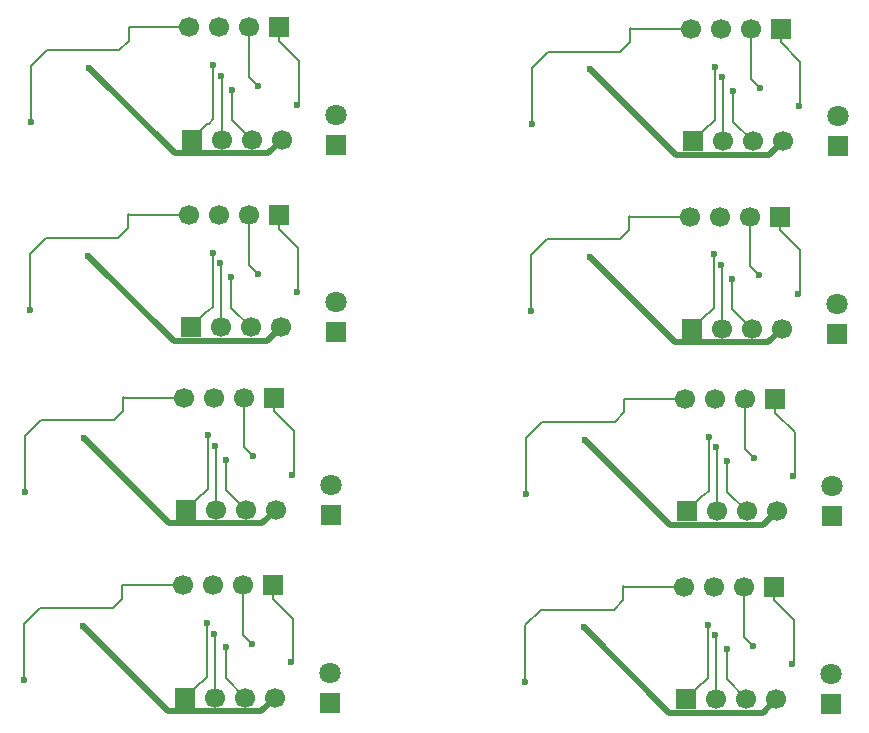
<source format=gbr>
%TF.GenerationSoftware,KiCad,Pcbnew,9.0.2*%
%TF.CreationDate,2025-11-07T14:57:23+01:00*%
%TF.ProjectId,Digispark_USB_Panel,44696769-7370-4617-926b-5f5553425f50,rev?*%
%TF.SameCoordinates,Original*%
%TF.FileFunction,Copper,L2,Bot*%
%TF.FilePolarity,Positive*%
%FSLAX46Y46*%
G04 Gerber Fmt 4.6, Leading zero omitted, Abs format (unit mm)*
G04 Created by KiCad (PCBNEW 9.0.2) date 2025-11-07 14:57:23*
%MOMM*%
%LPD*%
G01*
G04 APERTURE LIST*
%TA.AperFunction,ComponentPad*%
%ADD10R,1.700000X1.700000*%
%TD*%
%TA.AperFunction,ComponentPad*%
%ADD11C,1.700000*%
%TD*%
%TA.AperFunction,ComponentPad*%
%ADD12R,1.800000X1.800000*%
%TD*%
%TA.AperFunction,ComponentPad*%
%ADD13C,1.800000*%
%TD*%
%TA.AperFunction,ViaPad*%
%ADD14C,0.600000*%
%TD*%
%TA.AperFunction,Conductor*%
%ADD15C,0.500000*%
%TD*%
%TA.AperFunction,Conductor*%
%ADD16C,0.200000*%
%TD*%
G04 APERTURE END LIST*
D10*
%TO.P,J2,1,Pin_1*%
%TO.N,Net-(J2-Pin_1)*%
X134286050Y-102487600D03*
D11*
%TO.P,J2,2,Pin_2*%
%TO.N,Net-(J2-Pin_2)*%
X131746050Y-102487600D03*
%TO.P,J2,3,Pin_3*%
%TO.N,Net-(J2-Pin_3)*%
X129206050Y-102487600D03*
%TO.P,J2,4,Pin_4*%
%TO.N,+5V*%
X126666050Y-102487600D03*
%TD*%
D12*
%TO.P,D3,1,K*%
%TO.N,GND*%
X139112050Y-112419000D03*
D13*
%TO.P,D3,2,A*%
%TO.N,Net-(D3-A)*%
X139112050Y-109879000D03*
%TD*%
D10*
%TO.P,J1,1,Pin_1*%
%TO.N,Net-(J1-Pin_1)*%
X126843850Y-111987200D03*
D11*
%TO.P,J1,2,Pin_2*%
%TO.N,Net-(J1-Pin_2)*%
X129383850Y-111987200D03*
%TO.P,J1,3,Pin_3*%
%TO.N,Net-(J1-Pin_3)*%
X131923850Y-111987200D03*
%TO.P,J1,4,Pin_4*%
%TO.N,GND*%
X134463850Y-111987200D03*
%TD*%
%TO.P,J2,4,Pin_4*%
%TO.N,+5V*%
X126595400Y-118375800D03*
%TO.P,J2,3,Pin_3*%
%TO.N,Net-(J2-Pin_3)*%
X129135400Y-118375800D03*
%TO.P,J2,2,Pin_2*%
%TO.N,Net-(J2-Pin_2)*%
X131675400Y-118375800D03*
D10*
%TO.P,J2,1,Pin_1*%
%TO.N,Net-(J2-Pin_1)*%
X134215400Y-118375800D03*
%TD*%
D13*
%TO.P,D3,2,A*%
%TO.N,Net-(D3-A)*%
X139041400Y-125767200D03*
D12*
%TO.P,D3,1,K*%
%TO.N,GND*%
X139041400Y-128307200D03*
%TD*%
D11*
%TO.P,J1,4,Pin_4*%
%TO.N,GND*%
X134393200Y-127875400D03*
%TO.P,J1,3,Pin_3*%
%TO.N,Net-(J1-Pin_3)*%
X131853200Y-127875400D03*
%TO.P,J1,2,Pin_2*%
%TO.N,Net-(J1-Pin_2)*%
X129313200Y-127875400D03*
D10*
%TO.P,J1,1,Pin_1*%
%TO.N,Net-(J1-Pin_1)*%
X126773200Y-127875400D03*
%TD*%
D11*
%TO.P,J2,4,Pin_4*%
%TO.N,+5V*%
X127146850Y-71141000D03*
%TO.P,J2,3,Pin_3*%
%TO.N,Net-(J2-Pin_3)*%
X129686850Y-71141000D03*
%TO.P,J2,2,Pin_2*%
%TO.N,Net-(J2-Pin_2)*%
X132226850Y-71141000D03*
D10*
%TO.P,J2,1,Pin_1*%
%TO.N,Net-(J2-Pin_1)*%
X134766850Y-71141000D03*
%TD*%
D11*
%TO.P,J2,4,Pin_4*%
%TO.N,+5V*%
X127076200Y-87029200D03*
%TO.P,J2,3,Pin_3*%
%TO.N,Net-(J2-Pin_3)*%
X129616200Y-87029200D03*
%TO.P,J2,2,Pin_2*%
%TO.N,Net-(J2-Pin_2)*%
X132156200Y-87029200D03*
D10*
%TO.P,J2,1,Pin_1*%
%TO.N,Net-(J2-Pin_1)*%
X134696200Y-87029200D03*
%TD*%
D11*
%TO.P,J1,4,Pin_4*%
%TO.N,GND*%
X134944650Y-80640600D03*
%TO.P,J1,3,Pin_3*%
%TO.N,Net-(J1-Pin_3)*%
X132404650Y-80640600D03*
%TO.P,J1,2,Pin_2*%
%TO.N,Net-(J1-Pin_2)*%
X129864650Y-80640600D03*
D10*
%TO.P,J1,1,Pin_1*%
%TO.N,Net-(J1-Pin_1)*%
X127324650Y-80640600D03*
%TD*%
D13*
%TO.P,D3,2,A*%
%TO.N,Net-(D3-A)*%
X139522200Y-94420600D03*
D12*
%TO.P,D3,1,K*%
%TO.N,GND*%
X139522200Y-96960600D03*
%TD*%
D11*
%TO.P,J1,4,Pin_4*%
%TO.N,GND*%
X134874000Y-96528800D03*
%TO.P,J1,3,Pin_3*%
%TO.N,Net-(J1-Pin_3)*%
X132334000Y-96528800D03*
%TO.P,J1,2,Pin_2*%
%TO.N,Net-(J1-Pin_2)*%
X129794000Y-96528800D03*
D10*
%TO.P,J1,1,Pin_1*%
%TO.N,Net-(J1-Pin_1)*%
X127254000Y-96528800D03*
%TD*%
D13*
%TO.P,D3,2,A*%
%TO.N,Net-(D3-A)*%
X139592850Y-78532400D03*
D12*
%TO.P,D3,1,K*%
%TO.N,GND*%
X139592850Y-81072400D03*
%TD*%
D13*
%TO.P,D3,2,A*%
%TO.N,Net-(D3-A)*%
X181468050Y-125893000D03*
D12*
%TO.P,D3,1,K*%
%TO.N,GND*%
X181468050Y-128433000D03*
%TD*%
D11*
%TO.P,J2,4,Pin_4*%
%TO.N,+5V*%
X169092700Y-102613400D03*
%TO.P,J2,3,Pin_3*%
%TO.N,Net-(J2-Pin_3)*%
X171632700Y-102613400D03*
%TO.P,J2,2,Pin_2*%
%TO.N,Net-(J2-Pin_2)*%
X174172700Y-102613400D03*
D10*
%TO.P,J2,1,Pin_1*%
%TO.N,Net-(J2-Pin_1)*%
X176712700Y-102613400D03*
%TD*%
D13*
%TO.P,D3,2,A*%
%TO.N,Net-(D3-A)*%
X181538700Y-110004800D03*
D12*
%TO.P,D3,1,K*%
%TO.N,GND*%
X181538700Y-112544800D03*
%TD*%
D11*
%TO.P,J1,4,Pin_4*%
%TO.N,GND*%
X176890500Y-112113000D03*
%TO.P,J1,3,Pin_3*%
%TO.N,Net-(J1-Pin_3)*%
X174350500Y-112113000D03*
%TO.P,J1,2,Pin_2*%
%TO.N,Net-(J1-Pin_2)*%
X171810500Y-112113000D03*
D10*
%TO.P,J1,1,Pin_1*%
%TO.N,Net-(J1-Pin_1)*%
X169270500Y-112113000D03*
%TD*%
D11*
%TO.P,J2,4,Pin_4*%
%TO.N,+5V*%
X169022050Y-118501600D03*
%TO.P,J2,3,Pin_3*%
%TO.N,Net-(J2-Pin_3)*%
X171562050Y-118501600D03*
%TO.P,J2,2,Pin_2*%
%TO.N,Net-(J2-Pin_2)*%
X174102050Y-118501600D03*
D10*
%TO.P,J2,1,Pin_1*%
%TO.N,Net-(J2-Pin_1)*%
X176642050Y-118501600D03*
%TD*%
D11*
%TO.P,J2,4,Pin_4*%
%TO.N,+5V*%
X169502850Y-87155000D03*
%TO.P,J2,3,Pin_3*%
%TO.N,Net-(J2-Pin_3)*%
X172042850Y-87155000D03*
%TO.P,J2,2,Pin_2*%
%TO.N,Net-(J2-Pin_2)*%
X174582850Y-87155000D03*
D10*
%TO.P,J2,1,Pin_1*%
%TO.N,Net-(J2-Pin_1)*%
X177122850Y-87155000D03*
%TD*%
D11*
%TO.P,J1,4,Pin_4*%
%TO.N,GND*%
X177300650Y-96654600D03*
%TO.P,J1,3,Pin_3*%
%TO.N,Net-(J1-Pin_3)*%
X174760650Y-96654600D03*
%TO.P,J1,2,Pin_2*%
%TO.N,Net-(J1-Pin_2)*%
X172220650Y-96654600D03*
D10*
%TO.P,J1,1,Pin_1*%
%TO.N,Net-(J1-Pin_1)*%
X169680650Y-96654600D03*
%TD*%
D11*
%TO.P,J1,4,Pin_4*%
%TO.N,GND*%
X177371300Y-80766400D03*
%TO.P,J1,3,Pin_3*%
%TO.N,Net-(J1-Pin_3)*%
X174831300Y-80766400D03*
%TO.P,J1,2,Pin_2*%
%TO.N,Net-(J1-Pin_2)*%
X172291300Y-80766400D03*
D10*
%TO.P,J1,1,Pin_1*%
%TO.N,Net-(J1-Pin_1)*%
X169751300Y-80766400D03*
%TD*%
D13*
%TO.P,D3,2,A*%
%TO.N,Net-(D3-A)*%
X181948850Y-94546400D03*
D12*
%TO.P,D3,1,K*%
%TO.N,GND*%
X181948850Y-97086400D03*
%TD*%
D11*
%TO.P,J1,4,Pin_4*%
%TO.N,GND*%
X176819850Y-128001200D03*
%TO.P,J1,3,Pin_3*%
%TO.N,Net-(J1-Pin_3)*%
X174279850Y-128001200D03*
%TO.P,J1,2,Pin_2*%
%TO.N,Net-(J1-Pin_2)*%
X171739850Y-128001200D03*
D10*
%TO.P,J1,1,Pin_1*%
%TO.N,Net-(J1-Pin_1)*%
X169199850Y-128001200D03*
%TD*%
D11*
%TO.P,J2,4,Pin_4*%
%TO.N,+5V*%
X169573500Y-71266800D03*
%TO.P,J2,3,Pin_3*%
%TO.N,Net-(J2-Pin_3)*%
X172113500Y-71266800D03*
%TO.P,J2,2,Pin_2*%
%TO.N,Net-(J2-Pin_2)*%
X174653500Y-71266800D03*
D10*
%TO.P,J2,1,Pin_1*%
%TO.N,Net-(J2-Pin_1)*%
X177193500Y-71266800D03*
%TD*%
D13*
%TO.P,D3,2,A*%
%TO.N,Net-(D3-A)*%
X182019500Y-78658200D03*
D12*
%TO.P,D3,1,K*%
%TO.N,GND*%
X182019500Y-81198200D03*
%TD*%
D14*
%TO.N,Net-(J1-Pin_1)*%
X128698050Y-105688000D03*
%TO.N,+5V*%
X113229450Y-110514000D03*
%TO.N,GND*%
X118182450Y-105916600D03*
%TO.N,Net-(J2-Pin_1)*%
X135810050Y-109015400D03*
%TO.N,Net-(J2-Pin_2)*%
X132508050Y-107466000D03*
%TO.N,Net-(J1-Pin_3)*%
X130272850Y-107745400D03*
%TO.N,Net-(J1-Pin_2)*%
X129298050Y-106577000D03*
%TO.N,GND*%
X118111800Y-121804800D03*
%TO.N,+5V*%
X113158800Y-126402200D03*
%TO.N,Net-(J2-Pin_1)*%
X135739400Y-124903600D03*
%TO.N,Net-(J1-Pin_2)*%
X129227400Y-122465200D03*
%TO.N,Net-(J1-Pin_1)*%
X128627400Y-121576200D03*
%TO.N,Net-(J2-Pin_2)*%
X132437400Y-123354200D03*
%TO.N,Net-(J1-Pin_3)*%
X130202200Y-123633600D03*
X130753650Y-76398800D03*
%TO.N,+5V*%
X113710250Y-79167400D03*
%TO.N,GND*%
X118663250Y-74570000D03*
%TO.N,Net-(J2-Pin_1)*%
X136290850Y-77668800D03*
%TO.N,Net-(J2-Pin_2)*%
X132988850Y-76119400D03*
%TO.N,Net-(J1-Pin_2)*%
X129778850Y-75230400D03*
%TO.N,Net-(J1-Pin_1)*%
X129178850Y-74341400D03*
%TO.N,Net-(J2-Pin_2)*%
X132918200Y-92007600D03*
%TO.N,Net-(J1-Pin_1)*%
X129108200Y-90229600D03*
%TO.N,+5V*%
X113639600Y-95055600D03*
%TO.N,Net-(J1-Pin_2)*%
X129708200Y-91118600D03*
%TO.N,Net-(J2-Pin_1)*%
X136220200Y-93557000D03*
%TO.N,Net-(J1-Pin_3)*%
X130683000Y-92287000D03*
%TO.N,GND*%
X118592600Y-90458200D03*
%TO.N,Net-(J1-Pin_2)*%
X171724700Y-106702800D03*
%TO.N,Net-(J1-Pin_1)*%
X171124700Y-105813800D03*
%TO.N,Net-(J1-Pin_3)*%
X172699500Y-107871200D03*
%TO.N,+5V*%
X155585450Y-126528000D03*
%TO.N,Net-(J1-Pin_1)*%
X171054050Y-121702000D03*
%TO.N,Net-(J2-Pin_1)*%
X178236700Y-109141200D03*
%TO.N,+5V*%
X155656100Y-110639800D03*
%TO.N,Net-(J2-Pin_2)*%
X174934700Y-107591800D03*
%TO.N,GND*%
X160609100Y-106042400D03*
X160538450Y-121930600D03*
%TO.N,Net-(J2-Pin_1)*%
X178166050Y-125029400D03*
%TO.N,Net-(J1-Pin_2)*%
X171654050Y-122591000D03*
%TO.N,Net-(J2-Pin_1)*%
X178717500Y-77794600D03*
%TO.N,Net-(J1-Pin_1)*%
X171605500Y-74467200D03*
%TO.N,+5V*%
X156066250Y-95181400D03*
%TO.N,Net-(J2-Pin_2)*%
X175415500Y-76245200D03*
%TO.N,+5V*%
X156136900Y-79293200D03*
%TO.N,Net-(J2-Pin_2)*%
X175344850Y-92133400D03*
%TO.N,GND*%
X161089900Y-74695800D03*
%TO.N,Net-(J1-Pin_3)*%
X172628850Y-123759400D03*
X173180300Y-76524600D03*
%TO.N,Net-(J1-Pin_2)*%
X172205500Y-75356200D03*
%TO.N,Net-(J1-Pin_1)*%
X171534850Y-90355400D03*
%TO.N,Net-(J1-Pin_3)*%
X173109650Y-92412800D03*
%TO.N,Net-(J2-Pin_2)*%
X174864050Y-123480000D03*
%TO.N,GND*%
X161019250Y-90584000D03*
%TO.N,Net-(J1-Pin_2)*%
X172134850Y-91244400D03*
%TO.N,Net-(J2-Pin_1)*%
X178646850Y-93682800D03*
%TD*%
D15*
%TO.N,GND*%
X125404050Y-113138200D02*
X133312850Y-113138200D01*
X133312850Y-113138200D02*
X134463850Y-111987200D01*
D16*
%TO.N,Net-(J1-Pin_2)*%
X129383850Y-106704000D02*
X129383850Y-111987200D01*
D15*
%TO.N,GND*%
X118182450Y-105916600D02*
X125404050Y-113138200D01*
D16*
%TO.N,+5V*%
X121535250Y-103605200D02*
X121535250Y-102436800D01*
X113229450Y-110514000D02*
X113229450Y-105764200D01*
X121586050Y-102487600D02*
X126666050Y-102487600D01*
%TO.N,Net-(J1-Pin_3)*%
X130272850Y-107745400D02*
X130272850Y-110336200D01*
%TO.N,+5V*%
X113229450Y-105764200D02*
X114575650Y-104418000D01*
X114575650Y-104418000D02*
X120722450Y-104418000D01*
%TO.N,Net-(J1-Pin_2)*%
X129298050Y-106577000D02*
X129298050Y-106618200D01*
%TO.N,Net-(J2-Pin_1)*%
X135962450Y-105307000D02*
X134286050Y-103630600D01*
%TO.N,Net-(J1-Pin_1)*%
X128698050Y-110234600D02*
X128291650Y-110641000D01*
%TO.N,Net-(J2-Pin_1)*%
X134286050Y-103630600D02*
X134286050Y-102487600D01*
X135810050Y-109015400D02*
X135962450Y-108863000D01*
%TO.N,Net-(J1-Pin_2)*%
X129298050Y-106618200D02*
X129383850Y-106704000D01*
%TO.N,Net-(J1-Pin_1)*%
X128291650Y-110641000D02*
X128190050Y-110641000D01*
%TO.N,Net-(J1-Pin_3)*%
X130272850Y-110336200D02*
X131923850Y-111987200D01*
%TO.N,+5V*%
X120722450Y-104418000D02*
X121535250Y-103605200D01*
%TO.N,Net-(J1-Pin_1)*%
X128190050Y-110641000D02*
X126843850Y-111987200D01*
%TO.N,Net-(J2-Pin_2)*%
X132508050Y-107466000D02*
X131746050Y-106704000D01*
X131746050Y-106704000D02*
X131746050Y-102487600D01*
%TO.N,+5V*%
X121535250Y-102436800D02*
X121586050Y-102487600D01*
%TO.N,Net-(J1-Pin_1)*%
X128698050Y-105688000D02*
X128698050Y-110234600D01*
%TO.N,Net-(J2-Pin_1)*%
X135962450Y-108863000D02*
X135962450Y-105307000D01*
%TO.N,Net-(J1-Pin_2)*%
X129313200Y-122592200D02*
X129313200Y-127875400D01*
D15*
%TO.N,GND*%
X118111800Y-121804800D02*
X125333400Y-129026400D01*
X133242200Y-129026400D02*
X134393200Y-127875400D01*
D16*
%TO.N,+5V*%
X113158800Y-126402200D02*
X113158800Y-121652400D01*
X121464600Y-119493400D02*
X121464600Y-118325000D01*
%TO.N,Net-(J1-Pin_2)*%
X129227400Y-122465200D02*
X129227400Y-122506400D01*
%TO.N,+5V*%
X120651800Y-120306200D02*
X121464600Y-119493400D01*
%TO.N,Net-(J1-Pin_1)*%
X128119400Y-126529200D02*
X126773200Y-127875400D01*
%TO.N,Net-(J1-Pin_3)*%
X130202200Y-123633600D02*
X130202200Y-126224400D01*
%TO.N,Net-(J2-Pin_1)*%
X135739400Y-124903600D02*
X135891800Y-124751200D01*
%TO.N,Net-(J1-Pin_2)*%
X129227400Y-122506400D02*
X129313200Y-122592200D01*
%TO.N,Net-(J2-Pin_2)*%
X132437400Y-123354200D02*
X131675400Y-122592200D01*
X131675400Y-122592200D02*
X131675400Y-118375800D01*
%TO.N,+5V*%
X121464600Y-118325000D02*
X121515400Y-118375800D01*
%TO.N,Net-(J2-Pin_1)*%
X134215400Y-119518800D02*
X134215400Y-118375800D01*
%TO.N,Net-(J1-Pin_1)*%
X128221000Y-126529200D02*
X128119400Y-126529200D01*
%TO.N,+5V*%
X121515400Y-118375800D02*
X126595400Y-118375800D01*
%TO.N,Net-(J1-Pin_3)*%
X130202200Y-126224400D02*
X131853200Y-127875400D01*
%TO.N,+5V*%
X113158800Y-121652400D02*
X114505000Y-120306200D01*
%TO.N,Net-(J2-Pin_1)*%
X135891800Y-121195200D02*
X134215400Y-119518800D01*
%TO.N,Net-(J1-Pin_1)*%
X128627400Y-121576200D02*
X128627400Y-126122800D01*
%TO.N,+5V*%
X114505000Y-120306200D02*
X120651800Y-120306200D01*
%TO.N,Net-(J1-Pin_1)*%
X128627400Y-126122800D02*
X128221000Y-126529200D01*
%TO.N,Net-(J1-Pin_3)*%
X173180300Y-76524600D02*
X173180300Y-79115400D01*
%TO.N,+5V*%
X156136900Y-74543400D02*
X157483100Y-73197200D01*
D15*
%TO.N,GND*%
X125884850Y-81791600D02*
X133793650Y-81791600D01*
D16*
%TO.N,+5V*%
X122066850Y-71141000D02*
X127146850Y-71141000D01*
D15*
%TO.N,GND*%
X133793650Y-81791600D02*
X134944650Y-80640600D01*
D16*
%TO.N,+5V*%
X122016050Y-72258600D02*
X122016050Y-71090200D01*
X115056450Y-73071400D02*
X121203250Y-73071400D01*
%TO.N,Net-(J1-Pin_2)*%
X129864650Y-75357400D02*
X129864650Y-80640600D01*
D15*
%TO.N,GND*%
X118663250Y-74570000D02*
X125884850Y-81791600D01*
D16*
%TO.N,+5V*%
X113710250Y-79167400D02*
X113710250Y-74417600D01*
%TO.N,Net-(J1-Pin_3)*%
X130753650Y-76398800D02*
X130753650Y-78989600D01*
%TO.N,+5V*%
X113710250Y-74417600D02*
X115056450Y-73071400D01*
%TO.N,Net-(J2-Pin_1)*%
X135891800Y-124751200D02*
X135891800Y-121195200D01*
%TO.N,Net-(J1-Pin_1)*%
X128670850Y-79294400D02*
X127324650Y-80640600D01*
%TO.N,+5V*%
X122016050Y-71090200D02*
X122066850Y-71141000D01*
%TO.N,Net-(J1-Pin_2)*%
X129778850Y-75230400D02*
X129778850Y-75271600D01*
%TO.N,Net-(J1-Pin_1)*%
X128772450Y-79294400D02*
X128670850Y-79294400D01*
%TO.N,Net-(J1-Pin_2)*%
X129778850Y-75271600D02*
X129864650Y-75357400D01*
%TO.N,Net-(J2-Pin_1)*%
X136290850Y-77668800D02*
X136443250Y-77516400D01*
%TO.N,Net-(J2-Pin_2)*%
X132988850Y-76119400D02*
X132226850Y-75357400D01*
X132226850Y-75357400D02*
X132226850Y-71141000D01*
%TO.N,+5V*%
X121203250Y-73071400D02*
X122016050Y-72258600D01*
%TO.N,Net-(J1-Pin_3)*%
X130753650Y-78989600D02*
X132404650Y-80640600D01*
%TO.N,Net-(J1-Pin_2)*%
X129794000Y-91245600D02*
X129794000Y-96528800D01*
%TO.N,Net-(J2-Pin_1)*%
X134766850Y-72284000D02*
X134766850Y-71141000D01*
%TO.N,Net-(J1-Pin_1)*%
X129178850Y-78888000D02*
X128772450Y-79294400D01*
X129178850Y-74341400D02*
X129178850Y-78888000D01*
%TO.N,Net-(J2-Pin_1)*%
X136443250Y-77516400D02*
X136443250Y-73960400D01*
X136443250Y-73960400D02*
X134766850Y-72284000D01*
X136220200Y-93557000D02*
X136372600Y-93404600D01*
X134696200Y-88172200D02*
X134696200Y-87029200D01*
%TO.N,Net-(J1-Pin_1)*%
X128701800Y-95182600D02*
X128600200Y-95182600D01*
%TO.N,Net-(J1-Pin_3)*%
X130683000Y-92287000D02*
X130683000Y-94877800D01*
%TO.N,+5V*%
X113639600Y-95055600D02*
X113639600Y-90305800D01*
%TO.N,Net-(J1-Pin_1)*%
X128600200Y-95182600D02*
X127254000Y-96528800D01*
%TO.N,Net-(J2-Pin_2)*%
X132156200Y-91245600D02*
X132156200Y-87029200D01*
D15*
%TO.N,GND*%
X118592600Y-90458200D02*
X125814200Y-97679800D01*
D16*
%TO.N,+5V*%
X121945400Y-86978400D02*
X121996200Y-87029200D01*
D15*
%TO.N,GND*%
X133723000Y-97679800D02*
X134874000Y-96528800D01*
D16*
%TO.N,+5V*%
X121945400Y-88146800D02*
X121945400Y-86978400D01*
%TO.N,Net-(J1-Pin_2)*%
X129708200Y-91159800D02*
X129794000Y-91245600D01*
X129708200Y-91118600D02*
X129708200Y-91159800D01*
%TO.N,+5V*%
X121996200Y-87029200D02*
X127076200Y-87029200D01*
D15*
%TO.N,GND*%
X125814200Y-97679800D02*
X133723000Y-97679800D01*
D16*
%TO.N,Net-(J2-Pin_2)*%
X132918200Y-92007600D02*
X132156200Y-91245600D01*
%TO.N,+5V*%
X121132600Y-88959600D02*
X121945400Y-88146800D01*
%TO.N,Net-(J1-Pin_1)*%
X129108200Y-90229600D02*
X129108200Y-94776200D01*
%TO.N,+5V*%
X114985800Y-88959600D02*
X121132600Y-88959600D01*
%TO.N,Net-(J1-Pin_2)*%
X171810500Y-106829800D02*
X171810500Y-112113000D01*
D15*
%TO.N,GND*%
X160609100Y-106042400D02*
X167830700Y-113264000D01*
D16*
%TO.N,Net-(J1-Pin_1)*%
X129108200Y-94776200D02*
X128701800Y-95182600D01*
D15*
%TO.N,GND*%
X167830700Y-113264000D02*
X175739500Y-113264000D01*
D16*
%TO.N,+5V*%
X155656100Y-110639800D02*
X155656100Y-105890000D01*
%TO.N,Net-(J1-Pin_3)*%
X130683000Y-94877800D02*
X132334000Y-96528800D01*
%TO.N,+5V*%
X113639600Y-90305800D02*
X114985800Y-88959600D01*
X163961900Y-103731000D02*
X163961900Y-102562600D01*
D15*
%TO.N,GND*%
X175739500Y-113264000D02*
X176890500Y-112113000D01*
D16*
%TO.N,Net-(J2-Pin_1)*%
X136372600Y-93404600D02*
X136372600Y-89848600D01*
X136372600Y-89848600D02*
X134696200Y-88172200D01*
X178236700Y-109141200D02*
X178389100Y-108988800D01*
%TO.N,Net-(J1-Pin_2)*%
X171724700Y-106702800D02*
X171724700Y-106744000D01*
%TO.N,Net-(J2-Pin_1)*%
X178389100Y-105432800D02*
X176712700Y-103756400D01*
%TO.N,Net-(J1-Pin_3)*%
X172699500Y-110462000D02*
X174350500Y-112113000D01*
%TO.N,+5V*%
X163149100Y-104543800D02*
X163961900Y-103731000D01*
%TO.N,Net-(J2-Pin_2)*%
X174934700Y-107591800D02*
X174172700Y-106829800D01*
%TO.N,Net-(J1-Pin_3)*%
X172699500Y-107871200D02*
X172699500Y-110462000D01*
%TO.N,Net-(J1-Pin_1)*%
X170616700Y-110766800D02*
X169270500Y-112113000D01*
X171124700Y-110360400D02*
X170718300Y-110766800D01*
%TO.N,+5V*%
X157002300Y-104543800D02*
X163149100Y-104543800D01*
%TO.N,Net-(J2-Pin_2)*%
X174172700Y-106829800D02*
X174172700Y-102613400D01*
%TO.N,+5V*%
X155656100Y-105890000D02*
X157002300Y-104543800D01*
%TO.N,Net-(J2-Pin_1)*%
X176712700Y-103756400D02*
X176712700Y-102613400D01*
%TO.N,+5V*%
X163961900Y-102562600D02*
X164012700Y-102613400D01*
%TO.N,Net-(J1-Pin_1)*%
X171124700Y-105813800D02*
X171124700Y-110360400D01*
%TO.N,+5V*%
X164012700Y-102613400D02*
X169092700Y-102613400D01*
%TO.N,Net-(J1-Pin_1)*%
X170718300Y-110766800D02*
X170616700Y-110766800D01*
%TO.N,Net-(J2-Pin_1)*%
X178389100Y-108988800D02*
X178389100Y-105432800D01*
%TO.N,Net-(J1-Pin_2)*%
X171724700Y-106744000D02*
X171810500Y-106829800D01*
%TO.N,+5V*%
X155585450Y-126528000D02*
X155585450Y-121778200D01*
D15*
%TO.N,GND*%
X160538450Y-121930600D02*
X167760050Y-129152200D01*
D16*
%TO.N,+5V*%
X163891250Y-119619200D02*
X163891250Y-118450800D01*
%TO.N,Net-(J1-Pin_2)*%
X171739850Y-122718000D02*
X171739850Y-128001200D01*
D15*
%TO.N,GND*%
X175668850Y-129152200D02*
X176819850Y-128001200D01*
D16*
%TO.N,Net-(J1-Pin_1)*%
X171054050Y-121702000D02*
X171054050Y-126248600D01*
%TO.N,Net-(J1-Pin_2)*%
X171654050Y-122591000D02*
X171654050Y-122632200D01*
%TO.N,Net-(J2-Pin_1)*%
X178166050Y-125029400D02*
X178318450Y-124877000D01*
X178318450Y-121321000D02*
X176642050Y-119644600D01*
%TO.N,+5V*%
X156931650Y-120432000D02*
X163078450Y-120432000D01*
%TO.N,Net-(J1-Pin_1)*%
X171054050Y-126248600D02*
X170647650Y-126655000D01*
%TO.N,Net-(J1-Pin_3)*%
X172628850Y-123759400D02*
X172628850Y-126350200D01*
%TO.N,Net-(J2-Pin_2)*%
X174102050Y-122718000D02*
X174102050Y-118501600D01*
%TO.N,Net-(J1-Pin_1)*%
X170546050Y-126655000D02*
X169199850Y-128001200D01*
X170647650Y-126655000D02*
X170546050Y-126655000D01*
%TO.N,+5V*%
X163942050Y-118501600D02*
X169022050Y-118501600D01*
%TO.N,Net-(J2-Pin_1)*%
X176642050Y-119644600D02*
X176642050Y-118501600D01*
%TO.N,+5V*%
X155585450Y-121778200D02*
X156931650Y-120432000D01*
D15*
%TO.N,GND*%
X168311500Y-81917400D02*
X176220300Y-81917400D01*
D16*
%TO.N,Net-(J1-Pin_3)*%
X172628850Y-126350200D02*
X174279850Y-128001200D01*
%TO.N,Net-(J1-Pin_2)*%
X171654050Y-122632200D02*
X171739850Y-122718000D01*
%TO.N,Net-(J2-Pin_2)*%
X174864050Y-123480000D02*
X174102050Y-122718000D01*
%TO.N,+5V*%
X163891250Y-118450800D02*
X163942050Y-118501600D01*
X163078450Y-120432000D02*
X163891250Y-119619200D01*
X164442700Y-72384400D02*
X164442700Y-71216000D01*
%TO.N,Net-(J1-Pin_2)*%
X172291300Y-75483200D02*
X172291300Y-80766400D01*
D15*
%TO.N,GND*%
X161089900Y-74695800D02*
X168311500Y-81917400D01*
D16*
%TO.N,+5V*%
X156136900Y-79293200D02*
X156136900Y-74543400D01*
X157483100Y-73197200D02*
X163629900Y-73197200D01*
D15*
%TO.N,GND*%
X176220300Y-81917400D02*
X177371300Y-80766400D01*
D16*
%TO.N,+5V*%
X164493500Y-71266800D02*
X169573500Y-71266800D01*
%TO.N,Net-(J2-Pin_1)*%
X177193500Y-72409800D02*
X177193500Y-71266800D01*
%TO.N,Net-(J1-Pin_2)*%
X172205500Y-75397400D02*
X172291300Y-75483200D01*
%TO.N,Net-(J1-Pin_1)*%
X171605500Y-79013800D02*
X171199100Y-79420200D01*
X171199100Y-79420200D02*
X171097500Y-79420200D01*
X171097500Y-79420200D02*
X169751300Y-80766400D01*
%TO.N,Net-(J2-Pin_1)*%
X178318450Y-124877000D02*
X178318450Y-121321000D01*
%TO.N,Net-(J2-Pin_2)*%
X174653500Y-75483200D02*
X174653500Y-71266800D01*
%TO.N,Net-(J2-Pin_1)*%
X178717500Y-77794600D02*
X178869900Y-77642200D01*
%TO.N,+5V*%
X163629900Y-73197200D02*
X164442700Y-72384400D01*
%TO.N,Net-(J1-Pin_3)*%
X173180300Y-79115400D02*
X174831300Y-80766400D01*
%TO.N,Net-(J1-Pin_2)*%
X172220650Y-91371400D02*
X172220650Y-96654600D01*
%TO.N,Net-(J2-Pin_2)*%
X175415500Y-76245200D02*
X174653500Y-75483200D01*
%TO.N,+5V*%
X164442700Y-71216000D02*
X164493500Y-71266800D01*
%TO.N,Net-(J1-Pin_2)*%
X172205500Y-75356200D02*
X172205500Y-75397400D01*
%TO.N,+5V*%
X156066250Y-95181400D02*
X156066250Y-90431600D01*
%TO.N,Net-(J1-Pin_3)*%
X173109650Y-92412800D02*
X173109650Y-95003600D01*
D15*
%TO.N,GND*%
X161019250Y-90584000D02*
X168240850Y-97805600D01*
D16*
%TO.N,+5V*%
X164372050Y-87104200D02*
X164422850Y-87155000D01*
X164372050Y-88272600D02*
X164372050Y-87104200D01*
%TO.N,Net-(J2-Pin_1)*%
X178646850Y-93682800D02*
X178799250Y-93530400D01*
X177122850Y-88298000D02*
X177122850Y-87155000D01*
X178869900Y-77642200D02*
X178869900Y-74086200D01*
%TO.N,Net-(J1-Pin_1)*%
X171026850Y-95308400D02*
X169680650Y-96654600D01*
%TO.N,Net-(J2-Pin_1)*%
X178869900Y-74086200D02*
X177193500Y-72409800D01*
%TO.N,Net-(J2-Pin_2)*%
X174582850Y-91371400D02*
X174582850Y-87155000D01*
D15*
%TO.N,GND*%
X176149650Y-97805600D02*
X177300650Y-96654600D01*
D16*
%TO.N,Net-(J1-Pin_1)*%
X171605500Y-74467200D02*
X171605500Y-79013800D01*
%TO.N,Net-(J1-Pin_2)*%
X172134850Y-91285600D02*
X172220650Y-91371400D01*
X172134850Y-91244400D02*
X172134850Y-91285600D01*
%TO.N,Net-(J1-Pin_1)*%
X171128450Y-95308400D02*
X171026850Y-95308400D01*
%TO.N,+5V*%
X164422850Y-87155000D02*
X169502850Y-87155000D01*
%TO.N,Net-(J2-Pin_1)*%
X178799250Y-89974400D02*
X177122850Y-88298000D01*
D15*
%TO.N,GND*%
X168240850Y-97805600D02*
X176149650Y-97805600D01*
D16*
%TO.N,Net-(J2-Pin_1)*%
X178799250Y-93530400D02*
X178799250Y-89974400D01*
%TO.N,Net-(J1-Pin_1)*%
X171534850Y-94902000D02*
X171128450Y-95308400D01*
%TO.N,Net-(J1-Pin_3)*%
X173109650Y-95003600D02*
X174760650Y-96654600D01*
%TO.N,Net-(J1-Pin_1)*%
X171534850Y-90355400D02*
X171534850Y-94902000D01*
%TO.N,+5V*%
X157412450Y-89085400D02*
X163559250Y-89085400D01*
X163559250Y-89085400D02*
X164372050Y-88272600D01*
X156066250Y-90431600D02*
X157412450Y-89085400D01*
%TO.N,Net-(J2-Pin_2)*%
X175344850Y-92133400D02*
X174582850Y-91371400D01*
D15*
%TO.N,GND*%
X167760050Y-129152200D02*
X175668850Y-129152200D01*
X125333400Y-129026400D02*
X133242200Y-129026400D01*
%TD*%
M02*

</source>
